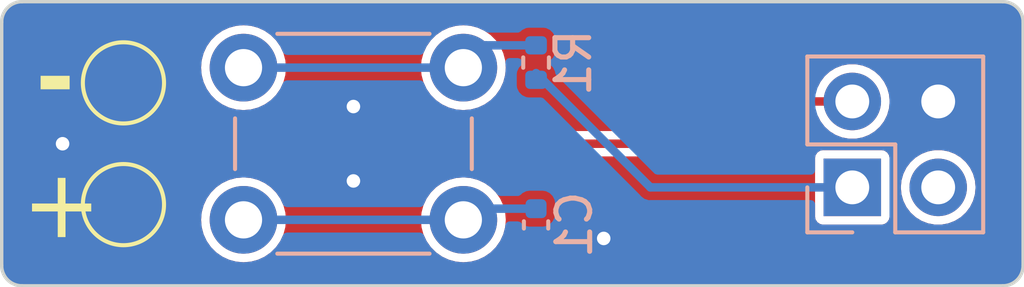
<source format=kicad_pcb>
(kicad_pcb (version 20221018) (generator pcbnew)
  (layers (0 "F.Cu" signal) (31 "B.Cu" signal) (34 "B.Paste" user) (35 "F.Paste" user) (36 "B.SilkS" user "B.Silkscreen") (37 "F.SilkS" user "F.Silkscreen") (38 "B.Mask" user) (39 "F.Mask" user) (44 "Edge.Cuts" user))
  (net 0 "")
  (net 1 "Net-(C1-Pad1)")
  (net 2 "Earth")
  (net 3 "VDD")
  (net 4 "IN")
  (net 5 "Net-(R1-Pad1)")
  (net 6 "BTN")
  (footprint "TestPoint:TestPoint_Pad_D2.0mm" (layer "F.Cu") (at 131.4 83)
    (fp_text reference "J2" hide)
    (fp_text value "Conn_01x01_Socket" hide)
    (fp_circle (center 0 0) (end 0 1.2) (stroke (width 0.12)) (fill none) (layer "F.SilkS"))
    (pad "1" smd circle (at 0 0) (size 2 2) (layers "F.Cu" "F.Mask") (net 2 "Earth"))
  )
  (footprint "TestPoint:TestPoint_Pad_D2.0mm" (layer "F.Cu") (at 131.4 86.6)
    (fp_text reference "J1" hide)
    (fp_text value "Conn_01x01_Socket" hide)
    (fp_circle (center 0 0) (end 0 1.2) (stroke (width 0.12)) (fill none) (layer "F.SilkS"))
    (pad "1" smd circle (at 0 0) (size 2 2) (layers "F.Cu" "F.Mask") (net 4 "IN"))
  )
  (footprint "Button_Switch_THT:SW_PUSH_6mm_H13mm" (layer "B.Cu") (at 134.95 87.05)
    (fp_text reference "SW1" hide)
    (fp_text value "SW_Push" hide)
    (fp_line (start -0.25 -1.5) (end -0.25 -3) (stroke (width 0.12)) (layer "B.SilkS"))
    (fp_line (start 1 -5.5) (end 5.5 -5.5) (stroke (width 0.12)) (layer "B.SilkS"))
    (fp_line (start 5.5 1) (end 1 1) (stroke (width 0.12)) (layer "B.SilkS"))
    (fp_line (start 6.75 -3) (end 6.75 -1.5) (stroke (width 0.12)) (layer "B.SilkS"))
    (pad "1" thru_hole circle (at 0 0 270) (size 2 2) (drill 1.1) (layers "*.Cu" "*.Mask") (net 1 "Net-(C1-Pad1)"))
    (pad "1" thru_hole circle (at 6.5 0 270) (size 2 2) (drill 1.1) (layers "*.Cu" "*.Mask") (net 1 "Net-(C1-Pad1)"))
    (pad "2" thru_hole circle (at 0 -4.5 270) (size 2 2) (drill 1.1) (layers "*.Cu" "*.Mask") (net 5 "Net-(R1-Pad1)"))
    (pad "2" thru_hole circle (at 6.5 -4.5 270) (size 2 2) (drill 1.1) (layers "*.Cu" "*.Mask") (net 5 "Net-(R1-Pad1)"))
  )
  (footprint "Connector_PinSocket_2.54mm:PinSocket_2x02_P2.54mm_Vertical" (layer "B.Cu") (at 152.95 86.09 -90)
    (fp_text reference "J3" hide)
    (fp_text value "Conn_01x04_Socket" hide)
    (fp_line (start -3.87 -3.87) (end 1.33 -3.87) (stroke (width 0.12)) (layer "B.SilkS"))
    (fp_line (start -3.87 1.33) (end -3.87 -3.87) (stroke (width 0.12)) (layer "B.SilkS"))
    (fp_line (start -3.87 1.33) (end -1.27 1.33) (stroke (width 0.12)) (layer "B.SilkS"))
    (fp_line (start -1.27 -1.27) (end 1.33 -1.27) (stroke (width 0.12)) (layer "B.SilkS"))
    (fp_line (start -1.27 1.33) (end -1.27 -1.27) (stroke (width 0.12)) (layer "B.SilkS"))
    (fp_line (start 0 1.33) (end 1.33 1.33) (stroke (width 0.12)) (layer "B.SilkS"))
    (fp_line (start 1.33 -1.27) (end 1.33 -3.87) (stroke (width 0.12)) (layer "B.SilkS"))
    (fp_line (start 1.33 1.33) (end 1.33 0) (stroke (width 0.12)) (layer "B.SilkS"))
    (pad "1" thru_hole rect (at 0 0 270) (size 1.7 1.7) (drill 1) (layers "*.Cu" "*.Mask") (net 3 "VDD"))
    (pad "2" thru_hole oval (at -2.54 0 270) (size 1.7 1.7) (drill 1) (layers "*.Cu" "*.Mask") (net 4 "IN"))
    (pad "3" thru_hole oval (at 0 -2.54 270) (size 1.7 1.7) (drill 1) (layers "*.Cu" "*.Mask") (net 6 "BTN"))
    (pad "4" thru_hole oval (at -2.54 -2.54 270) (size 1.7 1.7) (drill 1) (layers "*.Cu" "*.Mask") (net 2 "Earth"))
  )
  (footprint "Resistor_SMD:R_0402_1005Metric" (layer "B.Cu") (at 143.6 82.4 -90)
    (fp_text reference "R1" (at 0.002284 -1.102075 90) (layer "B.SilkS") (effects (justify mirror)))
    (fp_text value "4K7")
    (fp_line (start -0.153641 -0.38) (end 0.153641 -0.38) (stroke (width 0.12)) (layer "B.SilkS"))
    (fp_line (start -0.153641 0.38) (end 0.153641 0.38) (stroke (width 0.12)) (layer "B.SilkS"))
    (pad "1" smd roundrect (at -0.51 0 270) (size 0.54 0.64) (layers "B.Cu" "B.Paste" "B.Mask") (net 5 "Net-(R1-Pad1)"))
    (pad "2" smd roundrect (at 0.51 0 270) (size 0.54 0.64) (layers "B.Cu" "B.Paste" "B.Mask") (net 3 "VDD"))
  )
  (footprint "Capacitor_SMD:C_0402_1005Metric" (layer "B.Cu") (at 143.6 87.2 -90)
    (fp_text reference "C1" (at -0.005695 -1.129537 90) (layer "B.SilkS") (effects (justify mirror)))
    (fp_text value "1uF")
    (fp_line (start -0.107836 -0.36) (end 0.107836 -0.36) (stroke (width 0.12)) (layer "B.SilkS"))
    (fp_line (start -0.107836 0.36) (end 0.107836 0.36) (stroke (width 0.12)) (layer "B.SilkS"))
    (pad "1" smd roundrect (at -0.48 0 270) (size 0.56 0.62) (layers "B.Cu" "B.Paste" "B.Mask") (net 1 "Net-(C1-Pad1)"))
    (pad "2" smd roundrect (at 0.48 0 270) (size 0.56 0.62) (layers "B.Cu" "B.Paste" "B.Mask") (net 2 "Earth"))
  )
  (gr_arc (start 127.8 81.2) (mid 127.975736 80.775736) (end 128.4 80.6) (stroke (width 0.1)) (layer "Edge.Cuts"))
  (gr_line (start 158 81.2) (end 158 88.4) (stroke (width 0.1)) (layer "Edge.Cuts"))
  (gr_arc (start 158 88.4) (mid 157.824264 88.824264) (end 157.4 89) (stroke (width 0.1)) (layer "Edge.Cuts"))
  (gr_line (start 128.4 80.6) (end 157.4 80.6) (stroke (width 0.1)) (layer "Edge.Cuts"))
  (gr_arc (start 157.4 80.6) (mid 157.824264 80.775736) (end 158 81.2) (stroke (width 0.1)) (layer "Edge.Cuts"))
  (gr_arc (start 128.4 89) (mid 127.975736 88.824264) (end 127.8 88.4) (stroke (width 0.1)) (layer "Edge.Cuts"))
  (gr_line (start 127.8 88.4) (end 127.8 81.2) (stroke (width 0.1)) (layer "Edge.Cuts"))
  (gr_line (start 157.4 89) (end 128.4 89) (stroke (width 0.1)) (layer "Edge.Cuts"))
  (gr_text "+" (at 128.4 87.9) (layer "F.SilkS") (effects (font (size 2 2)) (justify left bottom)))
  (gr_text "-" (at 128.799348 84.13166) (layer "F.SilkS") (effects (font (size 2 2) (thickness 0.3) bold) (justify left bottom)))
  (segment (start 141.78 86.72) (end 143.6 86.72) (width 0.25) (layer "B.Cu") (net 1))
  (segment (start 141.45 87.05) (end 141.78 86.72) (width 0.25) (layer "B.Cu") (net 1))
  (segment (start 134.95 87.05) (end 141.45 87.05) (width 0.25) (layer "B.Cu") (net 1))
  (via (at 138.2 83.7) (size 0.8) (drill 0.4) (layers "F.Cu" "B.Cu") (net 2))
  (via (at 145.6 87.6) (size 0.8) (drill 0.4) (layers "F.Cu" "B.Cu") (net 2))
  (via (at 138.2 85.9) (size 0.8) (drill 0.4) (layers "F.Cu" "B.Cu") (net 2))
  (via (at 129.6 84.8) (size 0.8) (drill 0.4) (layers "F.Cu" "B.Cu") (net 2))
  (segment (start 152.95 86.09) (end 146.98 86.09) (width 0.25) (layer "B.Cu") (net 3))
  (segment (start 146.98 86.09) (end 143.6 82.71) (width 0.25) (layer "B.Cu") (net 3))
  (segment (start 149.6 84.8) (end 150.85 83.55) (width 0.25) (layer "F.Cu") (net 4))
  (segment (start 150.85 83.55) (end 152.95 83.55) (width 0.25) (layer "F.Cu") (net 4))
  (segment (start 131.4 86.6) (end 133.2 84.8) (width 0.25) (layer "F.Cu") (net 4))
  (segment (start 133.2 84.8) (end 149.6 84.8) (width 0.25) (layer "F.Cu") (net 4))
  (segment (start 143.6 81.89) (end 142.11 81.89) (width 0.25) (layer "B.Cu") (net 5))
  (segment (start 142.11 81.89) (end 141.45 82.55) (width 0.25) (layer "B.Cu") (net 5))
  (segment (start 134.95 82.55) (end 141.45 82.55) (width 0.25) (layer "B.Cu") (net 5))
  (zone (net 2) (net_name "Earth") (layer "F.Cu") (connect_pads yes (clearance 0.25)) (min_thickness 0.25) (fill yes (thermal_gap 0.5) (thermal_bridge_width 0.5))
    (polygon (pts (xy 158 80.6) (xy 158 89) (xy 127.8 89) (xy 127.8 80.6)))
  )
  (zone (net 2) (net_name "Earth") (layer "B.Cu") (priority 1) (connect_pads yes (clearance 0.25)) (min_thickness 0.25) (fill yes (thermal_gap 0.5) (thermal_bridge_width 0.5))
    (polygon (pts (xy 158 80.6) (xy 127.8 80.6) (xy 127.8 89) (xy 158 89)))
  )
)
</source>
